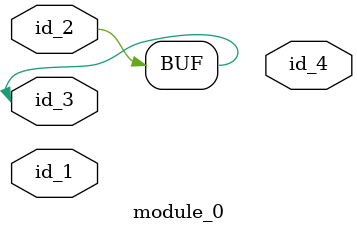
<source format=v>
module module_0 (
    id_1,
    id_2,
    id_3,
    id_4
);
  output id_4;
  inout id_3;
  input id_2;
  inout id_1;
  assign id_3 = id_2;
endmodule

</source>
